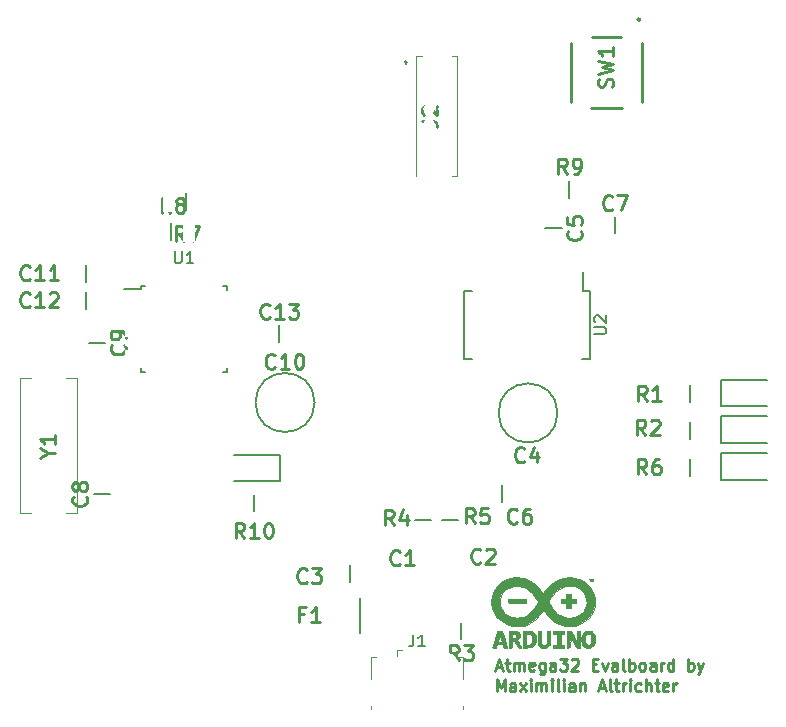
<source format=gto>
G04 #@! TF.GenerationSoftware,KiCad,Pcbnew,(5.1.9)-1*
G04 #@! TF.CreationDate,2021-05-02T01:08:58+02:00*
G04 #@! TF.ProjectId,atmega32,61746d65-6761-4333-922e-6b696361645f,rev?*
G04 #@! TF.SameCoordinates,Original*
G04 #@! TF.FileFunction,Legend,Top*
G04 #@! TF.FilePolarity,Positive*
%FSLAX46Y46*%
G04 Gerber Fmt 4.6, Leading zero omitted, Abs format (unit mm)*
G04 Created by KiCad (PCBNEW (5.1.9)-1) date 2021-05-02 01:08:58*
%MOMM*%
%LPD*%
G01*
G04 APERTURE LIST*
%ADD10C,0.250000*%
%ADD11C,0.010000*%
%ADD12C,0.254000*%
%ADD13C,0.200000*%
%ADD14C,0.100000*%
%ADD15C,0.150000*%
%ADD16C,0.120000*%
%ADD17C,1.500000*%
%ADD18R,1.020000X1.820000*%
%ADD19R,1.050000X1.050000*%
%ADD20C,1.050000*%
%ADD21R,2.000000X5.500000*%
%ADD22R,1.820000X1.020000*%
%ADD23R,1.050000X1.800000*%
%ADD24R,1.100000X1.550000*%
%ADD25C,1.000000*%
%ADD26C,0.800000*%
%ADD27C,6.400000*%
%ADD28R,1.700000X1.100000*%
%ADD29R,1.100000X1.700000*%
%ADD30R,0.850000X3.430000*%
%ADD31R,0.960000X1.390000*%
%ADD32R,0.450000X1.750000*%
%ADD33R,0.550000X1.600000*%
%ADD34R,1.600000X0.550000*%
%ADD35R,1.200000X1.900000*%
%ADD36O,1.200000X1.900000*%
%ADD37R,1.500000X1.900000*%
%ADD38C,1.450000*%
%ADD39R,0.400000X1.350000*%
G04 APERTURE END LIST*
D10*
X140560976Y-149405666D02*
X141037166Y-149405666D01*
X140465738Y-149691380D02*
X140799071Y-148691380D01*
X141132404Y-149691380D01*
X141322880Y-149024714D02*
X141703833Y-149024714D01*
X141465738Y-148691380D02*
X141465738Y-149548523D01*
X141513357Y-149643761D01*
X141608595Y-149691380D01*
X141703833Y-149691380D01*
X142037166Y-149691380D02*
X142037166Y-149024714D01*
X142037166Y-149119952D02*
X142084785Y-149072333D01*
X142180023Y-149024714D01*
X142322880Y-149024714D01*
X142418119Y-149072333D01*
X142465738Y-149167571D01*
X142465738Y-149691380D01*
X142465738Y-149167571D02*
X142513357Y-149072333D01*
X142608595Y-149024714D01*
X142751452Y-149024714D01*
X142846690Y-149072333D01*
X142894309Y-149167571D01*
X142894309Y-149691380D01*
X143751452Y-149643761D02*
X143656214Y-149691380D01*
X143465738Y-149691380D01*
X143370500Y-149643761D01*
X143322880Y-149548523D01*
X143322880Y-149167571D01*
X143370500Y-149072333D01*
X143465738Y-149024714D01*
X143656214Y-149024714D01*
X143751452Y-149072333D01*
X143799071Y-149167571D01*
X143799071Y-149262809D01*
X143322880Y-149358047D01*
X144656214Y-149024714D02*
X144656214Y-149834238D01*
X144608595Y-149929476D01*
X144560976Y-149977095D01*
X144465738Y-150024714D01*
X144322880Y-150024714D01*
X144227642Y-149977095D01*
X144656214Y-149643761D02*
X144560976Y-149691380D01*
X144370500Y-149691380D01*
X144275261Y-149643761D01*
X144227642Y-149596142D01*
X144180023Y-149500904D01*
X144180023Y-149215190D01*
X144227642Y-149119952D01*
X144275261Y-149072333D01*
X144370500Y-149024714D01*
X144560976Y-149024714D01*
X144656214Y-149072333D01*
X145560976Y-149691380D02*
X145560976Y-149167571D01*
X145513357Y-149072333D01*
X145418119Y-149024714D01*
X145227642Y-149024714D01*
X145132404Y-149072333D01*
X145560976Y-149643761D02*
X145465738Y-149691380D01*
X145227642Y-149691380D01*
X145132404Y-149643761D01*
X145084785Y-149548523D01*
X145084785Y-149453285D01*
X145132404Y-149358047D01*
X145227642Y-149310428D01*
X145465738Y-149310428D01*
X145560976Y-149262809D01*
X145941928Y-148691380D02*
X146560976Y-148691380D01*
X146227642Y-149072333D01*
X146370500Y-149072333D01*
X146465738Y-149119952D01*
X146513357Y-149167571D01*
X146560976Y-149262809D01*
X146560976Y-149500904D01*
X146513357Y-149596142D01*
X146465738Y-149643761D01*
X146370500Y-149691380D01*
X146084785Y-149691380D01*
X145989547Y-149643761D01*
X145941928Y-149596142D01*
X146941928Y-148786619D02*
X146989547Y-148739000D01*
X147084785Y-148691380D01*
X147322880Y-148691380D01*
X147418119Y-148739000D01*
X147465738Y-148786619D01*
X147513357Y-148881857D01*
X147513357Y-148977095D01*
X147465738Y-149119952D01*
X146894309Y-149691380D01*
X147513357Y-149691380D01*
X148703833Y-149167571D02*
X149037166Y-149167571D01*
X149180023Y-149691380D02*
X148703833Y-149691380D01*
X148703833Y-148691380D01*
X149180023Y-148691380D01*
X149513357Y-149024714D02*
X149751452Y-149691380D01*
X149989547Y-149024714D01*
X150799071Y-149691380D02*
X150799071Y-149167571D01*
X150751452Y-149072333D01*
X150656214Y-149024714D01*
X150465738Y-149024714D01*
X150370500Y-149072333D01*
X150799071Y-149643761D02*
X150703833Y-149691380D01*
X150465738Y-149691380D01*
X150370500Y-149643761D01*
X150322880Y-149548523D01*
X150322880Y-149453285D01*
X150370500Y-149358047D01*
X150465738Y-149310428D01*
X150703833Y-149310428D01*
X150799071Y-149262809D01*
X151418119Y-149691380D02*
X151322880Y-149643761D01*
X151275261Y-149548523D01*
X151275261Y-148691380D01*
X151799071Y-149691380D02*
X151799071Y-148691380D01*
X151799071Y-149072333D02*
X151894309Y-149024714D01*
X152084785Y-149024714D01*
X152180023Y-149072333D01*
X152227642Y-149119952D01*
X152275261Y-149215190D01*
X152275261Y-149500904D01*
X152227642Y-149596142D01*
X152180023Y-149643761D01*
X152084785Y-149691380D01*
X151894309Y-149691380D01*
X151799071Y-149643761D01*
X152846690Y-149691380D02*
X152751452Y-149643761D01*
X152703833Y-149596142D01*
X152656214Y-149500904D01*
X152656214Y-149215190D01*
X152703833Y-149119952D01*
X152751452Y-149072333D01*
X152846690Y-149024714D01*
X152989547Y-149024714D01*
X153084785Y-149072333D01*
X153132404Y-149119952D01*
X153180023Y-149215190D01*
X153180023Y-149500904D01*
X153132404Y-149596142D01*
X153084785Y-149643761D01*
X152989547Y-149691380D01*
X152846690Y-149691380D01*
X154037166Y-149691380D02*
X154037166Y-149167571D01*
X153989547Y-149072333D01*
X153894309Y-149024714D01*
X153703833Y-149024714D01*
X153608595Y-149072333D01*
X154037166Y-149643761D02*
X153941928Y-149691380D01*
X153703833Y-149691380D01*
X153608595Y-149643761D01*
X153560976Y-149548523D01*
X153560976Y-149453285D01*
X153608595Y-149358047D01*
X153703833Y-149310428D01*
X153941928Y-149310428D01*
X154037166Y-149262809D01*
X154513357Y-149691380D02*
X154513357Y-149024714D01*
X154513357Y-149215190D02*
X154560976Y-149119952D01*
X154608595Y-149072333D01*
X154703833Y-149024714D01*
X154799071Y-149024714D01*
X155560976Y-149691380D02*
X155560976Y-148691380D01*
X155560976Y-149643761D02*
X155465738Y-149691380D01*
X155275261Y-149691380D01*
X155180023Y-149643761D01*
X155132404Y-149596142D01*
X155084785Y-149500904D01*
X155084785Y-149215190D01*
X155132404Y-149119952D01*
X155180023Y-149072333D01*
X155275261Y-149024714D01*
X155465738Y-149024714D01*
X155560976Y-149072333D01*
X156799071Y-149691380D02*
X156799071Y-148691380D01*
X156799071Y-149072333D02*
X156894309Y-149024714D01*
X157084785Y-149024714D01*
X157180023Y-149072333D01*
X157227642Y-149119952D01*
X157275261Y-149215190D01*
X157275261Y-149500904D01*
X157227642Y-149596142D01*
X157180023Y-149643761D01*
X157084785Y-149691380D01*
X156894309Y-149691380D01*
X156799071Y-149643761D01*
X157608595Y-149024714D02*
X157846690Y-149691380D01*
X158084785Y-149024714D02*
X157846690Y-149691380D01*
X157751452Y-149929476D01*
X157703833Y-149977095D01*
X157608595Y-150024714D01*
X140608595Y-151441380D02*
X140608595Y-150441380D01*
X140941928Y-151155666D01*
X141275261Y-150441380D01*
X141275261Y-151441380D01*
X142180023Y-151441380D02*
X142180023Y-150917571D01*
X142132404Y-150822333D01*
X142037166Y-150774714D01*
X141846690Y-150774714D01*
X141751452Y-150822333D01*
X142180023Y-151393761D02*
X142084785Y-151441380D01*
X141846690Y-151441380D01*
X141751452Y-151393761D01*
X141703833Y-151298523D01*
X141703833Y-151203285D01*
X141751452Y-151108047D01*
X141846690Y-151060428D01*
X142084785Y-151060428D01*
X142180023Y-151012809D01*
X142560976Y-151441380D02*
X143084785Y-150774714D01*
X142560976Y-150774714D02*
X143084785Y-151441380D01*
X143465738Y-151441380D02*
X143465738Y-150774714D01*
X143465738Y-150441380D02*
X143418119Y-150489000D01*
X143465738Y-150536619D01*
X143513357Y-150489000D01*
X143465738Y-150441380D01*
X143465738Y-150536619D01*
X143941928Y-151441380D02*
X143941928Y-150774714D01*
X143941928Y-150869952D02*
X143989547Y-150822333D01*
X144084785Y-150774714D01*
X144227642Y-150774714D01*
X144322880Y-150822333D01*
X144370500Y-150917571D01*
X144370500Y-151441380D01*
X144370500Y-150917571D02*
X144418119Y-150822333D01*
X144513357Y-150774714D01*
X144656214Y-150774714D01*
X144751452Y-150822333D01*
X144799071Y-150917571D01*
X144799071Y-151441380D01*
X145275261Y-151441380D02*
X145275261Y-150774714D01*
X145275261Y-150441380D02*
X145227642Y-150489000D01*
X145275261Y-150536619D01*
X145322880Y-150489000D01*
X145275261Y-150441380D01*
X145275261Y-150536619D01*
X145894309Y-151441380D02*
X145799071Y-151393761D01*
X145751452Y-151298523D01*
X145751452Y-150441380D01*
X146275261Y-151441380D02*
X146275261Y-150774714D01*
X146275261Y-150441380D02*
X146227642Y-150489000D01*
X146275261Y-150536619D01*
X146322880Y-150489000D01*
X146275261Y-150441380D01*
X146275261Y-150536619D01*
X147180023Y-151441380D02*
X147180023Y-150917571D01*
X147132404Y-150822333D01*
X147037166Y-150774714D01*
X146846690Y-150774714D01*
X146751452Y-150822333D01*
X147180023Y-151393761D02*
X147084785Y-151441380D01*
X146846690Y-151441380D01*
X146751452Y-151393761D01*
X146703833Y-151298523D01*
X146703833Y-151203285D01*
X146751452Y-151108047D01*
X146846690Y-151060428D01*
X147084785Y-151060428D01*
X147180023Y-151012809D01*
X147656214Y-150774714D02*
X147656214Y-151441380D01*
X147656214Y-150869952D02*
X147703833Y-150822333D01*
X147799071Y-150774714D01*
X147941928Y-150774714D01*
X148037166Y-150822333D01*
X148084785Y-150917571D01*
X148084785Y-151441380D01*
X149275261Y-151155666D02*
X149751452Y-151155666D01*
X149180023Y-151441380D02*
X149513357Y-150441380D01*
X149846690Y-151441380D01*
X150322880Y-151441380D02*
X150227642Y-151393761D01*
X150180023Y-151298523D01*
X150180023Y-150441380D01*
X150560976Y-150774714D02*
X150941928Y-150774714D01*
X150703833Y-150441380D02*
X150703833Y-151298523D01*
X150751452Y-151393761D01*
X150846690Y-151441380D01*
X150941928Y-151441380D01*
X151275261Y-151441380D02*
X151275261Y-150774714D01*
X151275261Y-150965190D02*
X151322880Y-150869952D01*
X151370500Y-150822333D01*
X151465738Y-150774714D01*
X151560976Y-150774714D01*
X151894309Y-151441380D02*
X151894309Y-150774714D01*
X151894309Y-150441380D02*
X151846690Y-150489000D01*
X151894309Y-150536619D01*
X151941928Y-150489000D01*
X151894309Y-150441380D01*
X151894309Y-150536619D01*
X152799071Y-151393761D02*
X152703833Y-151441380D01*
X152513357Y-151441380D01*
X152418119Y-151393761D01*
X152370500Y-151346142D01*
X152322880Y-151250904D01*
X152322880Y-150965190D01*
X152370500Y-150869952D01*
X152418119Y-150822333D01*
X152513357Y-150774714D01*
X152703833Y-150774714D01*
X152799071Y-150822333D01*
X153227642Y-151441380D02*
X153227642Y-150441380D01*
X153656214Y-151441380D02*
X153656214Y-150917571D01*
X153608595Y-150822333D01*
X153513357Y-150774714D01*
X153370500Y-150774714D01*
X153275261Y-150822333D01*
X153227642Y-150869952D01*
X153989547Y-150774714D02*
X154370500Y-150774714D01*
X154132404Y-150441380D02*
X154132404Y-151298523D01*
X154180023Y-151393761D01*
X154275261Y-151441380D01*
X154370500Y-151441380D01*
X155084785Y-151393761D02*
X154989547Y-151441380D01*
X154799071Y-151441380D01*
X154703833Y-151393761D01*
X154656214Y-151298523D01*
X154656214Y-150917571D01*
X154703833Y-150822333D01*
X154799071Y-150774714D01*
X154989547Y-150774714D01*
X155084785Y-150822333D01*
X155132404Y-150917571D01*
X155132404Y-151012809D01*
X154656214Y-151108047D01*
X155560976Y-151441380D02*
X155560976Y-150774714D01*
X155560976Y-150965190D02*
X155608595Y-150869952D01*
X155656214Y-150822333D01*
X155751452Y-150774714D01*
X155846690Y-150774714D01*
D11*
G36*
X145131070Y-146867828D02*
G01*
X145128125Y-147047676D01*
X145124883Y-147184482D01*
X145120493Y-147285999D01*
X145114107Y-147359981D01*
X145104875Y-147414182D01*
X145091946Y-147456357D01*
X145074471Y-147494259D01*
X145059400Y-147521831D01*
X144970956Y-147629501D01*
X144848016Y-147708037D01*
X144699844Y-147754107D01*
X144535704Y-147764380D01*
X144424438Y-147750201D01*
X144288737Y-147703241D01*
X144179742Y-147619078D01*
X144133869Y-147564288D01*
X144116954Y-147538618D01*
X144103962Y-147508091D01*
X144094259Y-147465809D01*
X144087209Y-147404872D01*
X144082178Y-147318384D01*
X144078531Y-147199446D01*
X144075633Y-147041159D01*
X144073822Y-146911807D01*
X144066145Y-146329400D01*
X144348200Y-146329400D01*
X144348200Y-146838661D01*
X144349183Y-147042967D01*
X144353580Y-147202104D01*
X144363558Y-147321684D01*
X144381285Y-147407322D01*
X144408929Y-147464633D01*
X144448659Y-147499230D01*
X144502642Y-147516729D01*
X144573047Y-147522743D01*
X144612549Y-147523200D01*
X144702283Y-147512286D01*
X144765365Y-147474696D01*
X144775041Y-147464978D01*
X144793346Y-147442996D01*
X144807182Y-147416548D01*
X144817292Y-147378492D01*
X144824421Y-147321690D01*
X144829314Y-147238999D01*
X144832715Y-147123281D01*
X144835368Y-146967395D01*
X144836618Y-146874428D01*
X144843500Y-146342100D01*
X144991370Y-146334428D01*
X145139241Y-146326756D01*
X145131070Y-146867828D01*
G37*
X145131070Y-146867828D02*
X145128125Y-147047676D01*
X145124883Y-147184482D01*
X145120493Y-147285999D01*
X145114107Y-147359981D01*
X145104875Y-147414182D01*
X145091946Y-147456357D01*
X145074471Y-147494259D01*
X145059400Y-147521831D01*
X144970956Y-147629501D01*
X144848016Y-147708037D01*
X144699844Y-147754107D01*
X144535704Y-147764380D01*
X144424438Y-147750201D01*
X144288737Y-147703241D01*
X144179742Y-147619078D01*
X144133869Y-147564288D01*
X144116954Y-147538618D01*
X144103962Y-147508091D01*
X144094259Y-147465809D01*
X144087209Y-147404872D01*
X144082178Y-147318384D01*
X144078531Y-147199446D01*
X144075633Y-147041159D01*
X144073822Y-146911807D01*
X144066145Y-146329400D01*
X144348200Y-146329400D01*
X144348200Y-146838661D01*
X144349183Y-147042967D01*
X144353580Y-147202104D01*
X144363558Y-147321684D01*
X144381285Y-147407322D01*
X144408929Y-147464633D01*
X144448659Y-147499230D01*
X144502642Y-147516729D01*
X144573047Y-147522743D01*
X144612549Y-147523200D01*
X144702283Y-147512286D01*
X144765365Y-147474696D01*
X144775041Y-147464978D01*
X144793346Y-147442996D01*
X144807182Y-147416548D01*
X144817292Y-147378492D01*
X144824421Y-147321690D01*
X144829314Y-147238999D01*
X144832715Y-147123281D01*
X144835368Y-146967395D01*
X144836618Y-146874428D01*
X144843500Y-146342100D01*
X144991370Y-146334428D01*
X145139241Y-146326756D01*
X145131070Y-146867828D01*
G36*
X148469890Y-146319009D02*
G01*
X148541405Y-146327922D01*
X148598018Y-146348506D01*
X148657645Y-146385238D01*
X148668974Y-146393132D01*
X148775790Y-146489503D01*
X148850461Y-146609271D01*
X148896275Y-146759839D01*
X148916522Y-146948610D01*
X148916593Y-146950374D01*
X148914274Y-147162298D01*
X148887888Y-147335068D01*
X148836143Y-147474942D01*
X148794080Y-147543353D01*
X148688558Y-147647735D01*
X148551613Y-147720720D01*
X148394481Y-147758496D01*
X148228397Y-147757248D01*
X148185068Y-147750048D01*
X148041948Y-147696982D01*
X147925240Y-147602455D01*
X147837264Y-147469729D01*
X147780337Y-147302067D01*
X147759098Y-147150857D01*
X147759820Y-147033685D01*
X148061266Y-147033685D01*
X148065512Y-147160830D01*
X148080729Y-147263903D01*
X148126285Y-147385786D01*
X148197567Y-147466589D01*
X148300345Y-147511950D01*
X148343165Y-147520253D01*
X148377933Y-147513233D01*
X148437137Y-147492164D01*
X148446738Y-147488224D01*
X148518827Y-147442721D01*
X148568994Y-147371792D01*
X148599813Y-147268629D01*
X148613859Y-147126423D01*
X148615400Y-147042295D01*
X148608473Y-146876092D01*
X148586312Y-146751891D01*
X148546843Y-146662628D01*
X148487994Y-146601239D01*
X148485431Y-146599419D01*
X148392784Y-146562817D01*
X148291092Y-146566188D01*
X148196183Y-146605211D01*
X148123888Y-146675567D01*
X148108973Y-146702145D01*
X148083898Y-146786404D01*
X148067695Y-146902897D01*
X148061266Y-147033685D01*
X147759820Y-147033685D01*
X147760441Y-146933024D01*
X147794657Y-146741308D01*
X147859989Y-146580212D01*
X147954679Y-146454241D01*
X148061639Y-146375623D01*
X148138748Y-146342307D01*
X148223414Y-146324185D01*
X148334857Y-146317568D01*
X148365561Y-146317288D01*
X148469890Y-146319009D01*
G37*
X148469890Y-146319009D02*
X148541405Y-146327922D01*
X148598018Y-146348506D01*
X148657645Y-146385238D01*
X148668974Y-146393132D01*
X148775790Y-146489503D01*
X148850461Y-146609271D01*
X148896275Y-146759839D01*
X148916522Y-146948610D01*
X148916593Y-146950374D01*
X148914274Y-147162298D01*
X148887888Y-147335068D01*
X148836143Y-147474942D01*
X148794080Y-147543353D01*
X148688558Y-147647735D01*
X148551613Y-147720720D01*
X148394481Y-147758496D01*
X148228397Y-147757248D01*
X148185068Y-147750048D01*
X148041948Y-147696982D01*
X147925240Y-147602455D01*
X147837264Y-147469729D01*
X147780337Y-147302067D01*
X147759098Y-147150857D01*
X147759820Y-147033685D01*
X148061266Y-147033685D01*
X148065512Y-147160830D01*
X148080729Y-147263903D01*
X148126285Y-147385786D01*
X148197567Y-147466589D01*
X148300345Y-147511950D01*
X148343165Y-147520253D01*
X148377933Y-147513233D01*
X148437137Y-147492164D01*
X148446738Y-147488224D01*
X148518827Y-147442721D01*
X148568994Y-147371792D01*
X148599813Y-147268629D01*
X148613859Y-147126423D01*
X148615400Y-147042295D01*
X148608473Y-146876092D01*
X148586312Y-146751891D01*
X148546843Y-146662628D01*
X148487994Y-146601239D01*
X148485431Y-146599419D01*
X148392784Y-146562817D01*
X148291092Y-146566188D01*
X148196183Y-146605211D01*
X148123888Y-146675567D01*
X148108973Y-146702145D01*
X148083898Y-146786404D01*
X148067695Y-146902897D01*
X148061266Y-147033685D01*
X147759820Y-147033685D01*
X147760441Y-146933024D01*
X147794657Y-146741308D01*
X147859989Y-146580212D01*
X147954679Y-146454241D01*
X148061639Y-146375623D01*
X148138748Y-146342307D01*
X148223414Y-146324185D01*
X148334857Y-146317568D01*
X148365561Y-146317288D01*
X148469890Y-146319009D01*
G36*
X140808603Y-146332920D02*
G01*
X140858970Y-146334680D01*
X141052855Y-146342100D01*
X141264657Y-147027900D01*
X141319444Y-147205901D01*
X141369022Y-147368143D01*
X141411480Y-147508275D01*
X141444905Y-147619946D01*
X141467386Y-147696807D01*
X141477011Y-147732506D01*
X141477229Y-147733962D01*
X141454583Y-147743348D01*
X141394744Y-147747803D01*
X141319379Y-147746662D01*
X141160759Y-147739100D01*
X141125205Y-147605750D01*
X141089650Y-147472400D01*
X140591595Y-147472400D01*
X140547559Y-147612100D01*
X140503522Y-147751800D01*
X140368461Y-147751800D01*
X140293410Y-147747879D01*
X140244371Y-147737796D01*
X140233400Y-147728703D01*
X140240542Y-147698525D01*
X140260395Y-147627617D01*
X140290598Y-147523763D01*
X140328792Y-147394744D01*
X140372615Y-147248346D01*
X140380130Y-147223449D01*
X140670936Y-147223449D01*
X140691886Y-147236910D01*
X140744917Y-147242699D01*
X140823104Y-147243800D01*
X140909392Y-147241902D01*
X140973490Y-147236949D01*
X141000121Y-147230611D01*
X140998932Y-147202762D01*
X140985878Y-147138806D01*
X140964256Y-147050597D01*
X140937366Y-146949992D01*
X140908507Y-146848847D01*
X140880976Y-146759016D01*
X140858073Y-146692356D01*
X140843096Y-146660722D01*
X140841260Y-146659638D01*
X140834037Y-146667489D01*
X140822487Y-146694666D01*
X140804918Y-146746560D01*
X140779638Y-146828561D01*
X140744959Y-146946061D01*
X140699188Y-147104451D01*
X140671990Y-147199350D01*
X140670936Y-147223449D01*
X140380130Y-147223449D01*
X140419707Y-147092349D01*
X140467708Y-146934538D01*
X140514258Y-146782696D01*
X140556995Y-146644605D01*
X140593560Y-146528049D01*
X140621591Y-146440811D01*
X140638730Y-146390673D01*
X140640768Y-146385480D01*
X140656767Y-146356051D01*
X140682080Y-146339342D01*
X140728696Y-146332562D01*
X140808603Y-146332920D01*
G37*
X140808603Y-146332920D02*
X140858970Y-146334680D01*
X141052855Y-146342100D01*
X141264657Y-147027900D01*
X141319444Y-147205901D01*
X141369022Y-147368143D01*
X141411480Y-147508275D01*
X141444905Y-147619946D01*
X141467386Y-147696807D01*
X141477011Y-147732506D01*
X141477229Y-147733962D01*
X141454583Y-147743348D01*
X141394744Y-147747803D01*
X141319379Y-147746662D01*
X141160759Y-147739100D01*
X141125205Y-147605750D01*
X141089650Y-147472400D01*
X140591595Y-147472400D01*
X140547559Y-147612100D01*
X140503522Y-147751800D01*
X140368461Y-147751800D01*
X140293410Y-147747879D01*
X140244371Y-147737796D01*
X140233400Y-147728703D01*
X140240542Y-147698525D01*
X140260395Y-147627617D01*
X140290598Y-147523763D01*
X140328792Y-147394744D01*
X140372615Y-147248346D01*
X140380130Y-147223449D01*
X140670936Y-147223449D01*
X140691886Y-147236910D01*
X140744917Y-147242699D01*
X140823104Y-147243800D01*
X140909392Y-147241902D01*
X140973490Y-147236949D01*
X141000121Y-147230611D01*
X140998932Y-147202762D01*
X140985878Y-147138806D01*
X140964256Y-147050597D01*
X140937366Y-146949992D01*
X140908507Y-146848847D01*
X140880976Y-146759016D01*
X140858073Y-146692356D01*
X140843096Y-146660722D01*
X140841260Y-146659638D01*
X140834037Y-146667489D01*
X140822487Y-146694666D01*
X140804918Y-146746560D01*
X140779638Y-146828561D01*
X140744959Y-146946061D01*
X140699188Y-147104451D01*
X140671990Y-147199350D01*
X140670936Y-147223449D01*
X140380130Y-147223449D01*
X140419707Y-147092349D01*
X140467708Y-146934538D01*
X140514258Y-146782696D01*
X140556995Y-146644605D01*
X140593560Y-146528049D01*
X140621591Y-146440811D01*
X140638730Y-146390673D01*
X140640768Y-146385480D01*
X140656767Y-146356051D01*
X140682080Y-146339342D01*
X140728696Y-146332562D01*
X140808603Y-146332920D01*
G36*
X141903450Y-146330511D02*
G01*
X142096690Y-146336550D01*
X142246954Y-146354373D01*
X142361111Y-146385966D01*
X142446031Y-146433314D01*
X142508584Y-146498404D01*
X142514710Y-146507200D01*
X142550490Y-146570837D01*
X142565872Y-146635749D01*
X142565632Y-146724445D01*
X142564502Y-146741802D01*
X142536289Y-146878118D01*
X142472963Y-146978038D01*
X142374008Y-147042364D01*
X142369997Y-147043940D01*
X142328544Y-147064493D01*
X142330466Y-147088535D01*
X142351030Y-147113187D01*
X142374275Y-147148411D01*
X142413099Y-147216863D01*
X142462093Y-147307968D01*
X142515845Y-147411149D01*
X142568946Y-147515833D01*
X142615987Y-147611444D01*
X142651557Y-147687406D01*
X142670246Y-147733145D01*
X142671800Y-147740210D01*
X142648716Y-147746365D01*
X142588504Y-147748561D01*
X142513050Y-147746662D01*
X142354300Y-147739100D01*
X142227300Y-147477682D01*
X142164011Y-147351125D01*
X142114655Y-147264139D01*
X142073234Y-147209567D01*
X142033750Y-147180251D01*
X141990207Y-147169036D01*
X141967781Y-147167988D01*
X141943343Y-147170191D01*
X141926930Y-147183011D01*
X141916603Y-147215159D01*
X141910423Y-147275350D01*
X141906451Y-147372297D01*
X141904281Y-147453350D01*
X141897100Y-147739100D01*
X141769124Y-147746591D01*
X141692152Y-147747586D01*
X141637429Y-147741832D01*
X141623074Y-147736007D01*
X141618326Y-147706806D01*
X141614045Y-147633537D01*
X141610402Y-147522933D01*
X141607566Y-147381726D01*
X141605709Y-147216647D01*
X141605002Y-147034428D01*
X141605000Y-147023666D01*
X141605000Y-146558000D01*
X141909800Y-146558000D01*
X141909800Y-146939000D01*
X142020674Y-146939000D01*
X142139017Y-146919583D01*
X142198474Y-146886356D01*
X142248757Y-146818799D01*
X142267507Y-146732909D01*
X142250529Y-146651300D01*
X142244175Y-146640085D01*
X142202388Y-146609052D01*
X142128462Y-146581301D01*
X142040996Y-146562608D01*
X141979817Y-146558000D01*
X141909800Y-146558000D01*
X141605000Y-146558000D01*
X141605000Y-146329400D01*
X141903450Y-146330511D01*
G37*
X141903450Y-146330511D02*
X142096690Y-146336550D01*
X142246954Y-146354373D01*
X142361111Y-146385966D01*
X142446031Y-146433314D01*
X142508584Y-146498404D01*
X142514710Y-146507200D01*
X142550490Y-146570837D01*
X142565872Y-146635749D01*
X142565632Y-146724445D01*
X142564502Y-146741802D01*
X142536289Y-146878118D01*
X142472963Y-146978038D01*
X142374008Y-147042364D01*
X142369997Y-147043940D01*
X142328544Y-147064493D01*
X142330466Y-147088535D01*
X142351030Y-147113187D01*
X142374275Y-147148411D01*
X142413099Y-147216863D01*
X142462093Y-147307968D01*
X142515845Y-147411149D01*
X142568946Y-147515833D01*
X142615987Y-147611444D01*
X142651557Y-147687406D01*
X142670246Y-147733145D01*
X142671800Y-147740210D01*
X142648716Y-147746365D01*
X142588504Y-147748561D01*
X142513050Y-147746662D01*
X142354300Y-147739100D01*
X142227300Y-147477682D01*
X142164011Y-147351125D01*
X142114655Y-147264139D01*
X142073234Y-147209567D01*
X142033750Y-147180251D01*
X141990207Y-147169036D01*
X141967781Y-147167988D01*
X141943343Y-147170191D01*
X141926930Y-147183011D01*
X141916603Y-147215159D01*
X141910423Y-147275350D01*
X141906451Y-147372297D01*
X141904281Y-147453350D01*
X141897100Y-147739100D01*
X141769124Y-147746591D01*
X141692152Y-147747586D01*
X141637429Y-147741832D01*
X141623074Y-147736007D01*
X141618326Y-147706806D01*
X141614045Y-147633537D01*
X141610402Y-147522933D01*
X141607566Y-147381726D01*
X141605709Y-147216647D01*
X141605002Y-147034428D01*
X141605000Y-147023666D01*
X141605000Y-146558000D01*
X141909800Y-146558000D01*
X141909800Y-146939000D01*
X142020674Y-146939000D01*
X142139017Y-146919583D01*
X142198474Y-146886356D01*
X142248757Y-146818799D01*
X142267507Y-146732909D01*
X142250529Y-146651300D01*
X142244175Y-146640085D01*
X142202388Y-146609052D01*
X142128462Y-146581301D01*
X142040996Y-146562608D01*
X141979817Y-146558000D01*
X141909800Y-146558000D01*
X141605000Y-146558000D01*
X141605000Y-146329400D01*
X141903450Y-146330511D01*
G36*
X143300742Y-146334418D02*
G01*
X143449007Y-146351139D01*
X143565657Y-146382063D01*
X143659863Y-146429690D01*
X143740798Y-146496520D01*
X143746689Y-146502478D01*
X143835916Y-146624175D01*
X143891477Y-146774503D01*
X143915208Y-146959043D01*
X143916400Y-147018349D01*
X143900185Y-147219497D01*
X143850440Y-147386262D01*
X143765516Y-147519998D01*
X143643762Y-147622059D01*
X143483529Y-147693800D01*
X143283165Y-147736574D01*
X143041021Y-147751737D01*
X143022735Y-147751800D01*
X142824200Y-147751800D01*
X142824200Y-147497800D01*
X143103600Y-147497800D01*
X143220411Y-147497800D01*
X143314147Y-147488528D01*
X143402993Y-147465460D01*
X143422488Y-147457338D01*
X143515887Y-147385760D01*
X143577156Y-147275231D01*
X143606061Y-147126338D01*
X143606557Y-146993147D01*
X143588601Y-146837338D01*
X143551557Y-146723761D01*
X143489538Y-146645592D01*
X143396659Y-146596011D01*
X143267033Y-146568193D01*
X143236950Y-146564720D01*
X143103600Y-146550892D01*
X143103600Y-147497800D01*
X142824200Y-147497800D01*
X142824200Y-146329400D01*
X143111689Y-146329400D01*
X143300742Y-146334418D01*
G37*
X143300742Y-146334418D02*
X143449007Y-146351139D01*
X143565657Y-146382063D01*
X143659863Y-146429690D01*
X143740798Y-146496520D01*
X143746689Y-146502478D01*
X143835916Y-146624175D01*
X143891477Y-146774503D01*
X143915208Y-146959043D01*
X143916400Y-147018349D01*
X143900185Y-147219497D01*
X143850440Y-147386262D01*
X143765516Y-147519998D01*
X143643762Y-147622059D01*
X143483529Y-147693800D01*
X143283165Y-147736574D01*
X143041021Y-147751737D01*
X143022735Y-147751800D01*
X142824200Y-147751800D01*
X142824200Y-147497800D01*
X143103600Y-147497800D01*
X143220411Y-147497800D01*
X143314147Y-147488528D01*
X143402993Y-147465460D01*
X143422488Y-147457338D01*
X143515887Y-147385760D01*
X143577156Y-147275231D01*
X143606061Y-147126338D01*
X143606557Y-146993147D01*
X143588601Y-146837338D01*
X143551557Y-146723761D01*
X143489538Y-146645592D01*
X143396659Y-146596011D01*
X143267033Y-146568193D01*
X143236950Y-146564720D01*
X143103600Y-146550892D01*
X143103600Y-147497800D01*
X142824200Y-147497800D01*
X142824200Y-146329400D01*
X143111689Y-146329400D01*
X143300742Y-146334418D01*
G36*
X146304000Y-146558000D02*
G01*
X145999200Y-146558000D01*
X145999200Y-147497800D01*
X146304000Y-147497800D01*
X146304000Y-147751800D01*
X145389600Y-147751800D01*
X145389600Y-147497800D01*
X145694400Y-147497800D01*
X145694400Y-146558000D01*
X145389600Y-146558000D01*
X145389600Y-146329400D01*
X146304000Y-146329400D01*
X146304000Y-146558000D01*
G37*
X146304000Y-146558000D02*
X145999200Y-146558000D01*
X145999200Y-147497800D01*
X146304000Y-147497800D01*
X146304000Y-147751800D01*
X145389600Y-147751800D01*
X145389600Y-147497800D01*
X145694400Y-147497800D01*
X145694400Y-146558000D01*
X145389600Y-146558000D01*
X145389600Y-146329400D01*
X146304000Y-146329400D01*
X146304000Y-146558000D01*
G36*
X147031153Y-146577050D02*
G01*
X147094827Y-146710819D01*
X147164998Y-146857385D01*
X147230056Y-146992526D01*
X147253329Y-147040600D01*
X147358100Y-147256500D01*
X147365022Y-146792950D01*
X147371945Y-146329400D01*
X147624800Y-146329400D01*
X147624800Y-147754121D01*
X147453785Y-147746610D01*
X147282771Y-147739100D01*
X147066435Y-147272472D01*
X146850100Y-146805844D01*
X146824700Y-147739100D01*
X146558000Y-147754454D01*
X146558000Y-146329400D01*
X146913748Y-146329400D01*
X147031153Y-146577050D01*
G37*
X147031153Y-146577050D02*
X147094827Y-146710819D01*
X147164998Y-146857385D01*
X147230056Y-146992526D01*
X147253329Y-147040600D01*
X147358100Y-147256500D01*
X147365022Y-146792950D01*
X147371945Y-146329400D01*
X147624800Y-146329400D01*
X147624800Y-147754121D01*
X147453785Y-147746610D01*
X147282771Y-147739100D01*
X147066435Y-147272472D01*
X146850100Y-146805844D01*
X146824700Y-147739100D01*
X146558000Y-147754454D01*
X146558000Y-146329400D01*
X146913748Y-146329400D01*
X147031153Y-146577050D01*
G36*
X142301761Y-141804765D02*
G01*
X142641668Y-141827441D01*
X142963188Y-141894877D01*
X143267904Y-142007946D01*
X143557401Y-142167524D01*
X143833262Y-142374486D01*
X144097071Y-142629707D01*
X144350411Y-142934062D01*
X144353759Y-142938500D01*
X144419832Y-143024751D01*
X144474977Y-143094029D01*
X144511924Y-143137349D01*
X144522768Y-143147341D01*
X144544240Y-143131119D01*
X144583869Y-143083275D01*
X144624023Y-143027244D01*
X144843841Y-142740227D01*
X145090552Y-142484738D01*
X145358945Y-142264436D01*
X145643808Y-142082978D01*
X145939929Y-141944020D01*
X146242096Y-141851221D01*
X146323553Y-141834642D01*
X146444647Y-141819564D01*
X146597684Y-141810440D01*
X146766047Y-141807297D01*
X146933120Y-141810163D01*
X147082288Y-141819062D01*
X147193000Y-141833264D01*
X147497118Y-141915594D01*
X147787869Y-142043032D01*
X148058227Y-142210904D01*
X148301169Y-142414536D01*
X148509672Y-142649253D01*
X148589739Y-142762774D01*
X148741568Y-143038552D01*
X148846118Y-143323797D01*
X148905018Y-143614237D01*
X148919897Y-143905601D01*
X148892383Y-144193616D01*
X148824105Y-144474012D01*
X148716691Y-144742518D01*
X148571770Y-144994861D01*
X148390971Y-145226771D01*
X148175922Y-145433976D01*
X147928252Y-145612205D01*
X147649590Y-145757186D01*
X147415145Y-145843410D01*
X147204567Y-145893410D01*
X146966215Y-145925852D01*
X146720575Y-145939043D01*
X146488131Y-145931291D01*
X146427372Y-145925036D01*
X146125530Y-145868712D01*
X145843064Y-145774069D01*
X145576789Y-145638946D01*
X145323521Y-145461183D01*
X145080077Y-145238619D01*
X144843272Y-144969092D01*
X144663095Y-144727685D01*
X144520761Y-144524558D01*
X144395989Y-144705679D01*
X144159770Y-145021297D01*
X143918607Y-145287663D01*
X143669528Y-145506290D01*
X143409563Y-145678688D01*
X143135742Y-145806367D01*
X142845092Y-145890839D01*
X142534645Y-145933614D01*
X142201427Y-145936203D01*
X142006385Y-145920941D01*
X141889487Y-145902467D01*
X141750094Y-145871490D01*
X141613123Y-145833750D01*
X141574585Y-145821421D01*
X141275794Y-145697307D01*
X141008060Y-145537199D01*
X140772880Y-145345410D01*
X140571755Y-145126254D01*
X140406184Y-144884044D01*
X140277666Y-144623091D01*
X140187701Y-144347710D01*
X140137787Y-144062213D01*
X140132045Y-143862194D01*
X140846794Y-143862194D01*
X140870281Y-144112631D01*
X140882110Y-144168036D01*
X140960966Y-144395294D01*
X141083449Y-144606522D01*
X141243363Y-144795608D01*
X141434512Y-144956440D01*
X141650701Y-145082910D01*
X141885735Y-145168905D01*
X141900781Y-145172764D01*
X142029306Y-145194399D01*
X142187910Y-145205357D01*
X142361643Y-145206141D01*
X142535556Y-145197252D01*
X142694700Y-145179191D01*
X142824126Y-145152460D01*
X142861305Y-145140540D01*
X143056832Y-145049046D01*
X143248365Y-144918789D01*
X143438319Y-144747375D01*
X143629111Y-144532410D01*
X143823155Y-144271499D01*
X143980381Y-144031250D01*
X144091314Y-143853264D01*
X144979808Y-143853264D01*
X144998170Y-143915746D01*
X145040907Y-143993358D01*
X145108578Y-144096584D01*
X145173555Y-144193403D01*
X145365566Y-144463762D01*
X145550960Y-144687375D01*
X145733185Y-144867290D01*
X145915692Y-145006552D01*
X146101932Y-145108209D01*
X146281257Y-145171604D01*
X146398635Y-145192894D01*
X146549185Y-145205562D01*
X146716011Y-145209575D01*
X146882215Y-145204898D01*
X147030902Y-145191497D01*
X147130513Y-145173318D01*
X147377224Y-145087412D01*
X147598066Y-144964453D01*
X147789695Y-144809426D01*
X147948766Y-144627316D01*
X148071936Y-144423108D01*
X148155860Y-144201786D01*
X148197194Y-143968337D01*
X148192595Y-143727745D01*
X148174383Y-143617216D01*
X148096552Y-143366370D01*
X147976315Y-143141421D01*
X147816565Y-142945273D01*
X147620194Y-142780832D01*
X147390097Y-142651003D01*
X147129167Y-142558691D01*
X147117117Y-142555560D01*
X146964180Y-142530530D01*
X146782191Y-142522640D01*
X146589631Y-142531113D01*
X146404984Y-142555171D01*
X146253200Y-142591923D01*
X146014021Y-142694484D01*
X145778715Y-142846400D01*
X145548913Y-143046275D01*
X145326247Y-143292712D01*
X145138897Y-143544938D01*
X145065365Y-143651748D01*
X145013966Y-143731750D01*
X144985260Y-143795427D01*
X144979808Y-143853264D01*
X144091314Y-143853264D01*
X144100602Y-143838363D01*
X143961684Y-143629731D01*
X143758824Y-143344916D01*
X143559696Y-143107525D01*
X143360320Y-142914768D01*
X143156718Y-142763858D01*
X142944910Y-142652007D01*
X142720919Y-142576426D01*
X142480764Y-142534328D01*
X142387593Y-142526713D01*
X142169545Y-142523920D01*
X141978353Y-142546089D01*
X141794743Y-142596906D01*
X141608561Y-142675658D01*
X141387654Y-142808015D01*
X141200721Y-142973937D01*
X141050465Y-143167870D01*
X140939589Y-143384260D01*
X140870798Y-143617552D01*
X140846794Y-143862194D01*
X140132045Y-143862194D01*
X140129424Y-143770914D01*
X140164111Y-143478124D01*
X140243347Y-143188156D01*
X140368632Y-142905325D01*
X140491046Y-142704359D01*
X140653867Y-142503877D01*
X140855097Y-142315047D01*
X141082394Y-142147304D01*
X141323414Y-142010082D01*
X141495457Y-141936591D01*
X141688164Y-141874295D01*
X141872620Y-141833624D01*
X142067777Y-141811477D01*
X142292588Y-141804758D01*
X142301761Y-141804765D01*
G37*
X142301761Y-141804765D02*
X142641668Y-141827441D01*
X142963188Y-141894877D01*
X143267904Y-142007946D01*
X143557401Y-142167524D01*
X143833262Y-142374486D01*
X144097071Y-142629707D01*
X144350411Y-142934062D01*
X144353759Y-142938500D01*
X144419832Y-143024751D01*
X144474977Y-143094029D01*
X144511924Y-143137349D01*
X144522768Y-143147341D01*
X144544240Y-143131119D01*
X144583869Y-143083275D01*
X144624023Y-143027244D01*
X144843841Y-142740227D01*
X145090552Y-142484738D01*
X145358945Y-142264436D01*
X145643808Y-142082978D01*
X145939929Y-141944020D01*
X146242096Y-141851221D01*
X146323553Y-141834642D01*
X146444647Y-141819564D01*
X146597684Y-141810440D01*
X146766047Y-141807297D01*
X146933120Y-141810163D01*
X147082288Y-141819062D01*
X147193000Y-141833264D01*
X147497118Y-141915594D01*
X147787869Y-142043032D01*
X148058227Y-142210904D01*
X148301169Y-142414536D01*
X148509672Y-142649253D01*
X148589739Y-142762774D01*
X148741568Y-143038552D01*
X148846118Y-143323797D01*
X148905018Y-143614237D01*
X148919897Y-143905601D01*
X148892383Y-144193616D01*
X148824105Y-144474012D01*
X148716691Y-144742518D01*
X148571770Y-144994861D01*
X148390971Y-145226771D01*
X148175922Y-145433976D01*
X147928252Y-145612205D01*
X147649590Y-145757186D01*
X147415145Y-145843410D01*
X147204567Y-145893410D01*
X146966215Y-145925852D01*
X146720575Y-145939043D01*
X146488131Y-145931291D01*
X146427372Y-145925036D01*
X146125530Y-145868712D01*
X145843064Y-145774069D01*
X145576789Y-145638946D01*
X145323521Y-145461183D01*
X145080077Y-145238619D01*
X144843272Y-144969092D01*
X144663095Y-144727685D01*
X144520761Y-144524558D01*
X144395989Y-144705679D01*
X144159770Y-145021297D01*
X143918607Y-145287663D01*
X143669528Y-145506290D01*
X143409563Y-145678688D01*
X143135742Y-145806367D01*
X142845092Y-145890839D01*
X142534645Y-145933614D01*
X142201427Y-145936203D01*
X142006385Y-145920941D01*
X141889487Y-145902467D01*
X141750094Y-145871490D01*
X141613123Y-145833750D01*
X141574585Y-145821421D01*
X141275794Y-145697307D01*
X141008060Y-145537199D01*
X140772880Y-145345410D01*
X140571755Y-145126254D01*
X140406184Y-144884044D01*
X140277666Y-144623091D01*
X140187701Y-144347710D01*
X140137787Y-144062213D01*
X140132045Y-143862194D01*
X140846794Y-143862194D01*
X140870281Y-144112631D01*
X140882110Y-144168036D01*
X140960966Y-144395294D01*
X141083449Y-144606522D01*
X141243363Y-144795608D01*
X141434512Y-144956440D01*
X141650701Y-145082910D01*
X141885735Y-145168905D01*
X141900781Y-145172764D01*
X142029306Y-145194399D01*
X142187910Y-145205357D01*
X142361643Y-145206141D01*
X142535556Y-145197252D01*
X142694700Y-145179191D01*
X142824126Y-145152460D01*
X142861305Y-145140540D01*
X143056832Y-145049046D01*
X143248365Y-144918789D01*
X143438319Y-144747375D01*
X143629111Y-144532410D01*
X143823155Y-144271499D01*
X143980381Y-144031250D01*
X144091314Y-143853264D01*
X144979808Y-143853264D01*
X144998170Y-143915746D01*
X145040907Y-143993358D01*
X145108578Y-144096584D01*
X145173555Y-144193403D01*
X145365566Y-144463762D01*
X145550960Y-144687375D01*
X145733185Y-144867290D01*
X145915692Y-145006552D01*
X146101932Y-145108209D01*
X146281257Y-145171604D01*
X146398635Y-145192894D01*
X146549185Y-145205562D01*
X146716011Y-145209575D01*
X146882215Y-145204898D01*
X147030902Y-145191497D01*
X147130513Y-145173318D01*
X147377224Y-145087412D01*
X147598066Y-144964453D01*
X147789695Y-144809426D01*
X147948766Y-144627316D01*
X148071936Y-144423108D01*
X148155860Y-144201786D01*
X148197194Y-143968337D01*
X148192595Y-143727745D01*
X148174383Y-143617216D01*
X148096552Y-143366370D01*
X147976315Y-143141421D01*
X147816565Y-142945273D01*
X147620194Y-142780832D01*
X147390097Y-142651003D01*
X147129167Y-142558691D01*
X147117117Y-142555560D01*
X146964180Y-142530530D01*
X146782191Y-142522640D01*
X146589631Y-142531113D01*
X146404984Y-142555171D01*
X146253200Y-142591923D01*
X146014021Y-142694484D01*
X145778715Y-142846400D01*
X145548913Y-143046275D01*
X145326247Y-143292712D01*
X145138897Y-143544938D01*
X145065365Y-143651748D01*
X145013966Y-143731750D01*
X144985260Y-143795427D01*
X144979808Y-143853264D01*
X144091314Y-143853264D01*
X144100602Y-143838363D01*
X143961684Y-143629731D01*
X143758824Y-143344916D01*
X143559696Y-143107525D01*
X143360320Y-142914768D01*
X143156718Y-142763858D01*
X142944910Y-142652007D01*
X142720919Y-142576426D01*
X142480764Y-142534328D01*
X142387593Y-142526713D01*
X142169545Y-142523920D01*
X141978353Y-142546089D01*
X141794743Y-142596906D01*
X141608561Y-142675658D01*
X141387654Y-142808015D01*
X141200721Y-142973937D01*
X141050465Y-143167870D01*
X140939589Y-143384260D01*
X140870798Y-143617552D01*
X140846794Y-143862194D01*
X140132045Y-143862194D01*
X140129424Y-143770914D01*
X140164111Y-143478124D01*
X140243347Y-143188156D01*
X140368632Y-142905325D01*
X140491046Y-142704359D01*
X140653867Y-142503877D01*
X140855097Y-142315047D01*
X141082394Y-142147304D01*
X141323414Y-142010082D01*
X141495457Y-141936591D01*
X141688164Y-141874295D01*
X141872620Y-141833624D01*
X142067777Y-141811477D01*
X142292588Y-141804758D01*
X142301761Y-141804765D01*
G36*
X148592049Y-141964516D02*
G01*
X148632020Y-141978758D01*
X148654503Y-142013191D01*
X148660951Y-142030450D01*
X148685336Y-142100300D01*
X148703921Y-142030450D01*
X148726916Y-141973733D01*
X148748525Y-141965160D01*
X148762823Y-142002279D01*
X148765268Y-142055850D01*
X148762456Y-142112371D01*
X148756620Y-142122091D01*
X148745183Y-142089009D01*
X148744783Y-142087600D01*
X148726831Y-142024100D01*
X148710925Y-142083805D01*
X148686766Y-142123087D01*
X148657656Y-142119484D01*
X148639161Y-142076586D01*
X148638268Y-142067050D01*
X148631215Y-142052281D01*
X148616126Y-142085354D01*
X148615400Y-142087600D01*
X148601503Y-142126663D01*
X148595295Y-142121994D01*
X148592579Y-142070097D01*
X148592531Y-142068550D01*
X148583347Y-142009292D01*
X148555625Y-141987236D01*
X148540809Y-141986000D01*
X148502774Y-142001128D01*
X148483528Y-142053554D01*
X148481374Y-142068550D01*
X148471129Y-142151100D01*
X148467064Y-142070666D01*
X148455167Y-142010885D01*
X148432059Y-141977774D01*
X148431250Y-141977421D01*
X148434611Y-141969711D01*
X148478204Y-141964144D01*
X148518033Y-141962605D01*
X148592049Y-141964516D01*
G37*
X148592049Y-141964516D02*
X148632020Y-141978758D01*
X148654503Y-142013191D01*
X148660951Y-142030450D01*
X148685336Y-142100300D01*
X148703921Y-142030450D01*
X148726916Y-141973733D01*
X148748525Y-141965160D01*
X148762823Y-142002279D01*
X148765268Y-142055850D01*
X148762456Y-142112371D01*
X148756620Y-142122091D01*
X148745183Y-142089009D01*
X148744783Y-142087600D01*
X148726831Y-142024100D01*
X148710925Y-142083805D01*
X148686766Y-142123087D01*
X148657656Y-142119484D01*
X148639161Y-142076586D01*
X148638268Y-142067050D01*
X148631215Y-142052281D01*
X148616126Y-142085354D01*
X148615400Y-142087600D01*
X148601503Y-142126663D01*
X148595295Y-142121994D01*
X148592579Y-142070097D01*
X148592531Y-142068550D01*
X148583347Y-142009292D01*
X148555625Y-141987236D01*
X148540809Y-141986000D01*
X148502774Y-142001128D01*
X148483528Y-142053554D01*
X148481374Y-142068550D01*
X148471129Y-142151100D01*
X148467064Y-142070666D01*
X148455167Y-142010885D01*
X148432059Y-141977774D01*
X148431250Y-141977421D01*
X148434611Y-141969711D01*
X148478204Y-141964144D01*
X148518033Y-141962605D01*
X148592049Y-141964516D01*
G36*
X143052800Y-143967200D02*
G01*
X142333133Y-143967200D01*
X142146803Y-143966624D01*
X141977209Y-143964998D01*
X141830943Y-143962474D01*
X141714595Y-143959203D01*
X141634754Y-143955336D01*
X141598012Y-143951026D01*
X141596533Y-143950266D01*
X141587020Y-143917197D01*
X141580877Y-143850618D01*
X141579600Y-143797866D01*
X141579600Y-143662400D01*
X143052800Y-143662400D01*
X143052800Y-143967200D01*
G37*
X143052800Y-143967200D02*
X142333133Y-143967200D01*
X142146803Y-143966624D01*
X141977209Y-143964998D01*
X141830943Y-143962474D01*
X141714595Y-143959203D01*
X141634754Y-143955336D01*
X141598012Y-143951026D01*
X141596533Y-143950266D01*
X141587020Y-143917197D01*
X141580877Y-143850618D01*
X141579600Y-143797866D01*
X141579600Y-143662400D01*
X143052800Y-143662400D01*
X143052800Y-143967200D01*
G36*
X146868081Y-143402050D02*
G01*
X146875500Y-143598900D01*
X147269200Y-143613736D01*
X147269200Y-143990463D01*
X147072350Y-143997881D01*
X146875500Y-144005300D01*
X146868081Y-144202150D01*
X146860663Y-144399000D01*
X146483936Y-144399000D01*
X146469100Y-144005300D01*
X146272250Y-143997881D01*
X146075400Y-143990463D01*
X146075400Y-143613736D01*
X146469100Y-143598900D01*
X146483936Y-143205200D01*
X146860663Y-143205200D01*
X146868081Y-143402050D01*
G37*
X146868081Y-143402050D02*
X146875500Y-143598900D01*
X147269200Y-143613736D01*
X147269200Y-143990463D01*
X147072350Y-143997881D01*
X146875500Y-144005300D01*
X146868081Y-144202150D01*
X146860663Y-144399000D01*
X146483936Y-144399000D01*
X146469100Y-144005300D01*
X146272250Y-143997881D01*
X146075400Y-143990463D01*
X146075400Y-143613736D01*
X146469100Y-143598900D01*
X146483936Y-143205200D01*
X146860663Y-143205200D01*
X146868081Y-143402050D01*
D12*
X152855000Y-96560000D02*
X152855000Y-101560000D01*
X151115670Y-96065000D02*
X148680000Y-96065000D01*
X151172330Y-102055000D02*
X148580670Y-102055000D01*
X146865000Y-96560000D02*
X146865000Y-101560000D01*
X152716005Y-94555665D02*
G75*
G03*
X152716005Y-94555665I-99335J0D01*
G01*
D13*
X122174000Y-120458000D02*
X122174000Y-121858000D01*
X105794000Y-119064000D02*
X105794000Y-117664000D01*
X105788000Y-116778000D02*
X105788000Y-115378000D01*
X125170000Y-127000000D02*
G75*
G03*
X125170000Y-127000000I-2500000J0D01*
G01*
D14*
X101130000Y-136350000D02*
X100230000Y-136350000D01*
X100230000Y-136350000D02*
X100230000Y-124950000D01*
X100230000Y-124950000D02*
X101130000Y-124950000D01*
X104130000Y-136350000D02*
X105030000Y-136350000D01*
X105030000Y-136350000D02*
X105030000Y-124950000D01*
X105030000Y-124950000D02*
X104130000Y-124950000D01*
D13*
X107470000Y-121920000D02*
X106070000Y-121920000D01*
X106488000Y-134750000D02*
X107888000Y-134750000D01*
X120055000Y-134800000D02*
X120055000Y-136200000D01*
X122230000Y-131405000D02*
X118330000Y-131405000D01*
X122230000Y-133655000D02*
X122230000Y-131405000D01*
X118330000Y-133655000D02*
X122230000Y-133655000D01*
X146740000Y-108260000D02*
X146740000Y-109660000D01*
X150590000Y-111280000D02*
X150590000Y-112680000D01*
X113006000Y-113222000D02*
X113006000Y-111822000D01*
X114324000Y-110682000D02*
X114324000Y-109282000D01*
X141080000Y-135410000D02*
X141080000Y-134010000D01*
X156990000Y-133185000D02*
X156990000Y-131785000D01*
X163450000Y-131285000D02*
X159550000Y-131285000D01*
X159550000Y-131285000D02*
X159550000Y-133535000D01*
X159550000Y-133535000D02*
X163450000Y-133535000D01*
X145740000Y-127880000D02*
G75*
G03*
X145740000Y-127880000I-2500000J0D01*
G01*
X132874000Y-98098000D02*
X132874000Y-98098000D01*
X132874000Y-98298000D02*
X132874000Y-98298000D01*
D14*
X133794000Y-107823000D02*
X133794000Y-107823000D01*
X133794000Y-97663000D02*
X133794000Y-107823000D01*
X134239000Y-97663000D02*
X133794000Y-97663000D01*
X137224000Y-107823000D02*
X136779000Y-107823000D01*
X137224000Y-97663000D02*
X137224000Y-107823000D01*
X136779000Y-97663000D02*
X137224000Y-97663000D01*
D13*
X132874000Y-98298000D02*
G75*
G02*
X132874000Y-98098000I0J100000D01*
G01*
X132874000Y-98098000D02*
G75*
G02*
X132874000Y-98298000I0J-100000D01*
G01*
X137327000Y-136980000D02*
X135977000Y-136980000D01*
X135041000Y-136980000D02*
X133691000Y-136980000D01*
X137594000Y-146979000D02*
X137594000Y-145629000D01*
X129018000Y-143514000D02*
X129018000Y-146554000D01*
X146120000Y-112240000D02*
X144720000Y-112240000D01*
X128146000Y-142178000D02*
X128146000Y-140778000D01*
X156990000Y-130067500D02*
X156990000Y-128667500D01*
X156990000Y-126950000D02*
X156990000Y-125550000D01*
D15*
X147900000Y-117565000D02*
X147900000Y-115965000D01*
X137825000Y-117565000D02*
X137825000Y-123315000D01*
X148475000Y-117565000D02*
X148475000Y-123315000D01*
X137825000Y-117565000D02*
X138475000Y-117565000D01*
X137825000Y-123315000D02*
X138475000Y-123315000D01*
X148475000Y-123315000D02*
X147825000Y-123315000D01*
X148475000Y-117565000D02*
X147900000Y-117565000D01*
D13*
X163450000Y-128167500D02*
X159550000Y-128167500D01*
X159550000Y-128167500D02*
X159550000Y-130417500D01*
X159550000Y-130417500D02*
X163450000Y-130417500D01*
D15*
X110475000Y-117175000D02*
X110475000Y-117400000D01*
X117725000Y-117175000D02*
X117725000Y-117500000D01*
X117725000Y-124425000D02*
X117725000Y-124100000D01*
X110475000Y-124425000D02*
X110475000Y-124100000D01*
X110475000Y-117175000D02*
X110800000Y-117175000D01*
X110475000Y-124425000D02*
X110800000Y-124425000D01*
X117725000Y-124425000D02*
X117400000Y-124425000D01*
X117725000Y-117175000D02*
X117400000Y-117175000D01*
X110475000Y-117400000D02*
X109050000Y-117400000D01*
D16*
X129958000Y-148544000D02*
X130408000Y-148544000D01*
X129958000Y-150394000D02*
X129958000Y-148544000D01*
X137758000Y-152944000D02*
X137758000Y-152694000D01*
X129958000Y-152944000D02*
X129958000Y-152694000D01*
X137758000Y-150394000D02*
X137758000Y-148544000D01*
X137758000Y-148544000D02*
X137308000Y-148544000D01*
X132158000Y-147994000D02*
X132608000Y-147994000D01*
X132158000Y-147994000D02*
X132158000Y-148444000D01*
D13*
X159550000Y-127300000D02*
X163450000Y-127300000D01*
X159550000Y-125050000D02*
X159550000Y-127300000D01*
X163450000Y-125050000D02*
X159550000Y-125050000D01*
D12*
X150383377Y-100299003D02*
X150443853Y-100117574D01*
X150443853Y-99815193D01*
X150383377Y-99694241D01*
X150322901Y-99633765D01*
X150201949Y-99573289D01*
X150080996Y-99573289D01*
X149960044Y-99633765D01*
X149899568Y-99694241D01*
X149839091Y-99815193D01*
X149778615Y-100057098D01*
X149718139Y-100178050D01*
X149657663Y-100238527D01*
X149536710Y-100299003D01*
X149415758Y-100299003D01*
X149294806Y-100238527D01*
X149234330Y-100178050D01*
X149173853Y-100057098D01*
X149173853Y-99754717D01*
X149234330Y-99573289D01*
X149173853Y-99149955D02*
X150443853Y-98847574D01*
X149536710Y-98605670D01*
X150443853Y-98363765D01*
X149173853Y-98061384D01*
X150443853Y-96912336D02*
X150443853Y-97638050D01*
X150443853Y-97275193D02*
X149173853Y-97275193D01*
X149355282Y-97396146D01*
X149476234Y-97517098D01*
X149536710Y-97638050D01*
X121357571Y-119791571D02*
X121297095Y-119852047D01*
X121115666Y-119912523D01*
X120994714Y-119912523D01*
X120813285Y-119852047D01*
X120692333Y-119731095D01*
X120631857Y-119610142D01*
X120571380Y-119368238D01*
X120571380Y-119186809D01*
X120631857Y-118944904D01*
X120692333Y-118823952D01*
X120813285Y-118703000D01*
X120994714Y-118642523D01*
X121115666Y-118642523D01*
X121297095Y-118703000D01*
X121357571Y-118763476D01*
X122567095Y-119912523D02*
X121841380Y-119912523D01*
X122204238Y-119912523D02*
X122204238Y-118642523D01*
X122083285Y-118823952D01*
X121962333Y-118944904D01*
X121841380Y-119005380D01*
X122990428Y-118642523D02*
X123776619Y-118642523D01*
X123353285Y-119126333D01*
X123534714Y-119126333D01*
X123655666Y-119186809D01*
X123716142Y-119247285D01*
X123776619Y-119368238D01*
X123776619Y-119670619D01*
X123716142Y-119791571D01*
X123655666Y-119852047D01*
X123534714Y-119912523D01*
X123171857Y-119912523D01*
X123050904Y-119852047D01*
X122990428Y-119791571D01*
X101037571Y-118817571D02*
X100977095Y-118878047D01*
X100795666Y-118938523D01*
X100674714Y-118938523D01*
X100493285Y-118878047D01*
X100372333Y-118757095D01*
X100311857Y-118636142D01*
X100251380Y-118394238D01*
X100251380Y-118212809D01*
X100311857Y-117970904D01*
X100372333Y-117849952D01*
X100493285Y-117729000D01*
X100674714Y-117668523D01*
X100795666Y-117668523D01*
X100977095Y-117729000D01*
X101037571Y-117789476D01*
X102247095Y-118938523D02*
X101521380Y-118938523D01*
X101884238Y-118938523D02*
X101884238Y-117668523D01*
X101763285Y-117849952D01*
X101642333Y-117970904D01*
X101521380Y-118031380D01*
X102730904Y-117789476D02*
X102791380Y-117729000D01*
X102912333Y-117668523D01*
X103214714Y-117668523D01*
X103335666Y-117729000D01*
X103396142Y-117789476D01*
X103456619Y-117910428D01*
X103456619Y-118031380D01*
X103396142Y-118212809D01*
X102670428Y-118938523D01*
X103456619Y-118938523D01*
X101037571Y-116531571D02*
X100977095Y-116592047D01*
X100795666Y-116652523D01*
X100674714Y-116652523D01*
X100493285Y-116592047D01*
X100372333Y-116471095D01*
X100311857Y-116350142D01*
X100251380Y-116108238D01*
X100251380Y-115926809D01*
X100311857Y-115684904D01*
X100372333Y-115563952D01*
X100493285Y-115443000D01*
X100674714Y-115382523D01*
X100795666Y-115382523D01*
X100977095Y-115443000D01*
X101037571Y-115503476D01*
X102247095Y-116652523D02*
X101521380Y-116652523D01*
X101884238Y-116652523D02*
X101884238Y-115382523D01*
X101763285Y-115563952D01*
X101642333Y-115684904D01*
X101521380Y-115745380D01*
X103456619Y-116652523D02*
X102730904Y-116652523D01*
X103093761Y-116652523D02*
X103093761Y-115382523D01*
X102972809Y-115563952D01*
X102851857Y-115684904D01*
X102730904Y-115745380D01*
X121813571Y-124023571D02*
X121753095Y-124084047D01*
X121571666Y-124144523D01*
X121450714Y-124144523D01*
X121269285Y-124084047D01*
X121148333Y-123963095D01*
X121087857Y-123842142D01*
X121027380Y-123600238D01*
X121027380Y-123418809D01*
X121087857Y-123176904D01*
X121148333Y-123055952D01*
X121269285Y-122935000D01*
X121450714Y-122874523D01*
X121571666Y-122874523D01*
X121753095Y-122935000D01*
X121813571Y-122995476D01*
X123023095Y-124144523D02*
X122297380Y-124144523D01*
X122660238Y-124144523D02*
X122660238Y-122874523D01*
X122539285Y-123055952D01*
X122418333Y-123176904D01*
X122297380Y-123237380D01*
X123809285Y-122874523D02*
X123930238Y-122874523D01*
X124051190Y-122935000D01*
X124111666Y-122995476D01*
X124172142Y-123116428D01*
X124232619Y-123358333D01*
X124232619Y-123660714D01*
X124172142Y-123902619D01*
X124111666Y-124023571D01*
X124051190Y-124084047D01*
X123930238Y-124144523D01*
X123809285Y-124144523D01*
X123688333Y-124084047D01*
X123627857Y-124023571D01*
X123567380Y-123902619D01*
X123506904Y-123660714D01*
X123506904Y-123358333D01*
X123567380Y-123116428D01*
X123627857Y-122995476D01*
X123688333Y-122935000D01*
X123809285Y-122874523D01*
X102599761Y-131254761D02*
X103204523Y-131254761D01*
X101934523Y-131678095D02*
X102599761Y-131254761D01*
X101934523Y-130831428D01*
X103204523Y-129742857D02*
X103204523Y-130468571D01*
X103204523Y-130105714D02*
X101934523Y-130105714D01*
X102115952Y-130226666D01*
X102236904Y-130347619D01*
X102297380Y-130468571D01*
X109043571Y-122131666D02*
X109104047Y-122192142D01*
X109164523Y-122373571D01*
X109164523Y-122494523D01*
X109104047Y-122675952D01*
X108983095Y-122796904D01*
X108862142Y-122857380D01*
X108620238Y-122917857D01*
X108438809Y-122917857D01*
X108196904Y-122857380D01*
X108075952Y-122796904D01*
X107955000Y-122675952D01*
X107894523Y-122494523D01*
X107894523Y-122373571D01*
X107955000Y-122192142D01*
X108015476Y-122131666D01*
X109164523Y-121526904D02*
X109164523Y-121285000D01*
X109104047Y-121164047D01*
X109043571Y-121103571D01*
X108862142Y-120982619D01*
X108620238Y-120922142D01*
X108136428Y-120922142D01*
X108015476Y-120982619D01*
X107955000Y-121043095D01*
X107894523Y-121164047D01*
X107894523Y-121405952D01*
X107955000Y-121526904D01*
X108015476Y-121587380D01*
X108136428Y-121647857D01*
X108438809Y-121647857D01*
X108559761Y-121587380D01*
X108620238Y-121526904D01*
X108680714Y-121405952D01*
X108680714Y-121164047D01*
X108620238Y-121043095D01*
X108559761Y-120982619D01*
X108438809Y-120922142D01*
X105821571Y-134961666D02*
X105882047Y-135022142D01*
X105942523Y-135203571D01*
X105942523Y-135324523D01*
X105882047Y-135505952D01*
X105761095Y-135626904D01*
X105640142Y-135687380D01*
X105398238Y-135747857D01*
X105216809Y-135747857D01*
X104974904Y-135687380D01*
X104853952Y-135626904D01*
X104733000Y-135505952D01*
X104672523Y-135324523D01*
X104672523Y-135203571D01*
X104733000Y-135022142D01*
X104793476Y-134961666D01*
X105216809Y-134235952D02*
X105156333Y-134356904D01*
X105095857Y-134417380D01*
X104974904Y-134477857D01*
X104914428Y-134477857D01*
X104793476Y-134417380D01*
X104733000Y-134356904D01*
X104672523Y-134235952D01*
X104672523Y-133994047D01*
X104733000Y-133873095D01*
X104793476Y-133812619D01*
X104914428Y-133752142D01*
X104974904Y-133752142D01*
X105095857Y-133812619D01*
X105156333Y-133873095D01*
X105216809Y-133994047D01*
X105216809Y-134235952D01*
X105277285Y-134356904D01*
X105337761Y-134417380D01*
X105458714Y-134477857D01*
X105700619Y-134477857D01*
X105821571Y-134417380D01*
X105882047Y-134356904D01*
X105942523Y-134235952D01*
X105942523Y-133994047D01*
X105882047Y-133873095D01*
X105821571Y-133812619D01*
X105700619Y-133752142D01*
X105458714Y-133752142D01*
X105337761Y-133812619D01*
X105277285Y-133873095D01*
X105216809Y-133994047D01*
X119223571Y-138474523D02*
X118800238Y-137869761D01*
X118497857Y-138474523D02*
X118497857Y-137204523D01*
X118981666Y-137204523D01*
X119102619Y-137265000D01*
X119163095Y-137325476D01*
X119223571Y-137446428D01*
X119223571Y-137627857D01*
X119163095Y-137748809D01*
X119102619Y-137809285D01*
X118981666Y-137869761D01*
X118497857Y-137869761D01*
X120433095Y-138474523D02*
X119707380Y-138474523D01*
X120070238Y-138474523D02*
X120070238Y-137204523D01*
X119949285Y-137385952D01*
X119828333Y-137506904D01*
X119707380Y-137567380D01*
X121219285Y-137204523D02*
X121340238Y-137204523D01*
X121461190Y-137265000D01*
X121521666Y-137325476D01*
X121582142Y-137446428D01*
X121642619Y-137688333D01*
X121642619Y-137990714D01*
X121582142Y-138232619D01*
X121521666Y-138353571D01*
X121461190Y-138414047D01*
X121340238Y-138474523D01*
X121219285Y-138474523D01*
X121098333Y-138414047D01*
X121037857Y-138353571D01*
X120977380Y-138232619D01*
X120916904Y-137990714D01*
X120916904Y-137688333D01*
X120977380Y-137446428D01*
X121037857Y-137325476D01*
X121098333Y-137265000D01*
X121219285Y-137204523D01*
X146528333Y-107614523D02*
X146105000Y-107009761D01*
X145802619Y-107614523D02*
X145802619Y-106344523D01*
X146286428Y-106344523D01*
X146407380Y-106405000D01*
X146467857Y-106465476D01*
X146528333Y-106586428D01*
X146528333Y-106767857D01*
X146467857Y-106888809D01*
X146407380Y-106949285D01*
X146286428Y-107009761D01*
X145802619Y-107009761D01*
X147133095Y-107614523D02*
X147375000Y-107614523D01*
X147495952Y-107554047D01*
X147556428Y-107493571D01*
X147677380Y-107312142D01*
X147737857Y-107070238D01*
X147737857Y-106586428D01*
X147677380Y-106465476D01*
X147616904Y-106405000D01*
X147495952Y-106344523D01*
X147254047Y-106344523D01*
X147133095Y-106405000D01*
X147072619Y-106465476D01*
X147012142Y-106586428D01*
X147012142Y-106888809D01*
X147072619Y-107009761D01*
X147133095Y-107070238D01*
X147254047Y-107130714D01*
X147495952Y-107130714D01*
X147616904Y-107070238D01*
X147677380Y-107009761D01*
X147737857Y-106888809D01*
X150378333Y-110613571D02*
X150317857Y-110674047D01*
X150136428Y-110734523D01*
X150015476Y-110734523D01*
X149834047Y-110674047D01*
X149713095Y-110553095D01*
X149652619Y-110432142D01*
X149592142Y-110190238D01*
X149592142Y-110008809D01*
X149652619Y-109766904D01*
X149713095Y-109645952D01*
X149834047Y-109525000D01*
X150015476Y-109464523D01*
X150136428Y-109464523D01*
X150317857Y-109525000D01*
X150378333Y-109585476D01*
X150801666Y-109464523D02*
X151648333Y-109464523D01*
X151104047Y-110734523D01*
X112944333Y-110936523D02*
X112521000Y-110331761D01*
X112218619Y-110936523D02*
X112218619Y-109666523D01*
X112702428Y-109666523D01*
X112823380Y-109727000D01*
X112883857Y-109787476D01*
X112944333Y-109908428D01*
X112944333Y-110089857D01*
X112883857Y-110210809D01*
X112823380Y-110271285D01*
X112702428Y-110331761D01*
X112218619Y-110331761D01*
X113670047Y-110210809D02*
X113549095Y-110150333D01*
X113488619Y-110089857D01*
X113428142Y-109968904D01*
X113428142Y-109908428D01*
X113488619Y-109787476D01*
X113549095Y-109727000D01*
X113670047Y-109666523D01*
X113911952Y-109666523D01*
X114032904Y-109727000D01*
X114093380Y-109787476D01*
X114153857Y-109908428D01*
X114153857Y-109968904D01*
X114093380Y-110089857D01*
X114032904Y-110150333D01*
X113911952Y-110210809D01*
X113670047Y-110210809D01*
X113549095Y-110271285D01*
X113488619Y-110331761D01*
X113428142Y-110452714D01*
X113428142Y-110694619D01*
X113488619Y-110815571D01*
X113549095Y-110876047D01*
X113670047Y-110936523D01*
X113911952Y-110936523D01*
X114032904Y-110876047D01*
X114093380Y-110815571D01*
X114153857Y-110694619D01*
X114153857Y-110452714D01*
X114093380Y-110331761D01*
X114032904Y-110271285D01*
X113911952Y-110210809D01*
X114142333Y-113346523D02*
X113719000Y-112741761D01*
X113416619Y-113346523D02*
X113416619Y-112076523D01*
X113900428Y-112076523D01*
X114021380Y-112137000D01*
X114081857Y-112197476D01*
X114142333Y-112318428D01*
X114142333Y-112499857D01*
X114081857Y-112620809D01*
X114021380Y-112681285D01*
X113900428Y-112741761D01*
X113416619Y-112741761D01*
X114565666Y-112076523D02*
X115412333Y-112076523D01*
X114868047Y-113346523D01*
X142308333Y-137123571D02*
X142247857Y-137184047D01*
X142066428Y-137244523D01*
X141945476Y-137244523D01*
X141764047Y-137184047D01*
X141643095Y-137063095D01*
X141582619Y-136942142D01*
X141522142Y-136700238D01*
X141522142Y-136518809D01*
X141582619Y-136276904D01*
X141643095Y-136155952D01*
X141764047Y-136035000D01*
X141945476Y-135974523D01*
X142066428Y-135974523D01*
X142247857Y-136035000D01*
X142308333Y-136095476D01*
X143396904Y-135974523D02*
X143155000Y-135974523D01*
X143034047Y-136035000D01*
X142973571Y-136095476D01*
X142852619Y-136276904D01*
X142792142Y-136518809D01*
X142792142Y-137002619D01*
X142852619Y-137123571D01*
X142913095Y-137184047D01*
X143034047Y-137244523D01*
X143275952Y-137244523D01*
X143396904Y-137184047D01*
X143457380Y-137123571D01*
X143517857Y-137002619D01*
X143517857Y-136700238D01*
X143457380Y-136579285D01*
X143396904Y-136518809D01*
X143275952Y-136458333D01*
X143034047Y-136458333D01*
X142913095Y-136518809D01*
X142852619Y-136579285D01*
X142792142Y-136700238D01*
X153268333Y-133074523D02*
X152845000Y-132469761D01*
X152542619Y-133074523D02*
X152542619Y-131804523D01*
X153026428Y-131804523D01*
X153147380Y-131865000D01*
X153207857Y-131925476D01*
X153268333Y-132046428D01*
X153268333Y-132227857D01*
X153207857Y-132348809D01*
X153147380Y-132409285D01*
X153026428Y-132469761D01*
X152542619Y-132469761D01*
X154356904Y-131804523D02*
X154115000Y-131804523D01*
X153994047Y-131865000D01*
X153933571Y-131925476D01*
X153812619Y-132106904D01*
X153752142Y-132348809D01*
X153752142Y-132832619D01*
X153812619Y-132953571D01*
X153873095Y-133014047D01*
X153994047Y-133074523D01*
X154235952Y-133074523D01*
X154356904Y-133014047D01*
X154417380Y-132953571D01*
X154477857Y-132832619D01*
X154477857Y-132530238D01*
X154417380Y-132409285D01*
X154356904Y-132348809D01*
X154235952Y-132288333D01*
X153994047Y-132288333D01*
X153873095Y-132348809D01*
X153812619Y-132409285D01*
X153752142Y-132530238D01*
X142928333Y-131933571D02*
X142867857Y-131994047D01*
X142686428Y-132054523D01*
X142565476Y-132054523D01*
X142384047Y-131994047D01*
X142263095Y-131873095D01*
X142202619Y-131752142D01*
X142142142Y-131510238D01*
X142142142Y-131328809D01*
X142202619Y-131086904D01*
X142263095Y-130965952D01*
X142384047Y-130845000D01*
X142565476Y-130784523D01*
X142686428Y-130784523D01*
X142867857Y-130845000D01*
X142928333Y-130905476D01*
X144016904Y-131207857D02*
X144016904Y-132054523D01*
X143714523Y-130724047D02*
X143412142Y-131631190D01*
X144198333Y-131631190D01*
X134303523Y-103166333D02*
X135210666Y-103166333D01*
X135392095Y-103226809D01*
X135513047Y-103347761D01*
X135573523Y-103529190D01*
X135573523Y-103650142D01*
X134424476Y-102622047D02*
X134364000Y-102561571D01*
X134303523Y-102440619D01*
X134303523Y-102138238D01*
X134364000Y-102017285D01*
X134424476Y-101956809D01*
X134545428Y-101896333D01*
X134666380Y-101896333D01*
X134847809Y-101956809D01*
X135573523Y-102682523D01*
X135573523Y-101896333D01*
X138726333Y-137226523D02*
X138303000Y-136621761D01*
X138000619Y-137226523D02*
X138000619Y-135956523D01*
X138484428Y-135956523D01*
X138605380Y-136017000D01*
X138665857Y-136077476D01*
X138726333Y-136198428D01*
X138726333Y-136379857D01*
X138665857Y-136500809D01*
X138605380Y-136561285D01*
X138484428Y-136621761D01*
X138000619Y-136621761D01*
X139875380Y-135956523D02*
X139270619Y-135956523D01*
X139210142Y-136561285D01*
X139270619Y-136500809D01*
X139391571Y-136440333D01*
X139693952Y-136440333D01*
X139814904Y-136500809D01*
X139875380Y-136561285D01*
X139935857Y-136682238D01*
X139935857Y-136984619D01*
X139875380Y-137105571D01*
X139814904Y-137166047D01*
X139693952Y-137226523D01*
X139391571Y-137226523D01*
X139270619Y-137166047D01*
X139210142Y-137105571D01*
X131868333Y-137374523D02*
X131445000Y-136769761D01*
X131142619Y-137374523D02*
X131142619Y-136104523D01*
X131626428Y-136104523D01*
X131747380Y-136165000D01*
X131807857Y-136225476D01*
X131868333Y-136346428D01*
X131868333Y-136527857D01*
X131807857Y-136648809D01*
X131747380Y-136709285D01*
X131626428Y-136769761D01*
X131142619Y-136769761D01*
X132956904Y-136527857D02*
X132956904Y-137374523D01*
X132654523Y-136044047D02*
X132352142Y-136951190D01*
X133138333Y-136951190D01*
X137382333Y-148818523D02*
X136959000Y-148213761D01*
X136656619Y-148818523D02*
X136656619Y-147548523D01*
X137140428Y-147548523D01*
X137261380Y-147609000D01*
X137321857Y-147669476D01*
X137382333Y-147790428D01*
X137382333Y-147971857D01*
X137321857Y-148092809D01*
X137261380Y-148153285D01*
X137140428Y-148213761D01*
X136656619Y-148213761D01*
X137805666Y-147548523D02*
X138591857Y-147548523D01*
X138168523Y-148032333D01*
X138349952Y-148032333D01*
X138470904Y-148092809D01*
X138531380Y-148153285D01*
X138591857Y-148274238D01*
X138591857Y-148576619D01*
X138531380Y-148697571D01*
X138470904Y-148758047D01*
X138349952Y-148818523D01*
X137987095Y-148818523D01*
X137866142Y-148758047D01*
X137805666Y-148697571D01*
X124290666Y-144943285D02*
X123867333Y-144943285D01*
X123867333Y-145608523D02*
X123867333Y-144338523D01*
X124472095Y-144338523D01*
X125621142Y-145608523D02*
X124895428Y-145608523D01*
X125258285Y-145608523D02*
X125258285Y-144338523D01*
X125137333Y-144519952D01*
X125016380Y-144640904D01*
X124895428Y-144701380D01*
X147693571Y-112451666D02*
X147754047Y-112512142D01*
X147814523Y-112693571D01*
X147814523Y-112814523D01*
X147754047Y-112995952D01*
X147633095Y-113116904D01*
X147512142Y-113177380D01*
X147270238Y-113237857D01*
X147088809Y-113237857D01*
X146846904Y-113177380D01*
X146725952Y-113116904D01*
X146605000Y-112995952D01*
X146544523Y-112814523D01*
X146544523Y-112693571D01*
X146605000Y-112512142D01*
X146665476Y-112451666D01*
X146544523Y-111302619D02*
X146544523Y-111907380D01*
X147149285Y-111967857D01*
X147088809Y-111907380D01*
X147028333Y-111786428D01*
X147028333Y-111484047D01*
X147088809Y-111363095D01*
X147149285Y-111302619D01*
X147270238Y-111242142D01*
X147572619Y-111242142D01*
X147693571Y-111302619D01*
X147754047Y-111363095D01*
X147814523Y-111484047D01*
X147814523Y-111786428D01*
X147754047Y-111907380D01*
X147693571Y-111967857D01*
X124502333Y-142185571D02*
X124441857Y-142246047D01*
X124260428Y-142306523D01*
X124139476Y-142306523D01*
X123958047Y-142246047D01*
X123837095Y-142125095D01*
X123776619Y-142004142D01*
X123716142Y-141762238D01*
X123716142Y-141580809D01*
X123776619Y-141338904D01*
X123837095Y-141217952D01*
X123958047Y-141097000D01*
X124139476Y-141036523D01*
X124260428Y-141036523D01*
X124441857Y-141097000D01*
X124502333Y-141157476D01*
X124925666Y-141036523D02*
X125711857Y-141036523D01*
X125288523Y-141520333D01*
X125469952Y-141520333D01*
X125590904Y-141580809D01*
X125651380Y-141641285D01*
X125711857Y-141762238D01*
X125711857Y-142064619D01*
X125651380Y-142185571D01*
X125590904Y-142246047D01*
X125469952Y-142306523D01*
X125107095Y-142306523D01*
X124986142Y-142246047D01*
X124925666Y-142185571D01*
X139218333Y-140513571D02*
X139157857Y-140574047D01*
X138976428Y-140634523D01*
X138855476Y-140634523D01*
X138674047Y-140574047D01*
X138553095Y-140453095D01*
X138492619Y-140332142D01*
X138432142Y-140090238D01*
X138432142Y-139908809D01*
X138492619Y-139666904D01*
X138553095Y-139545952D01*
X138674047Y-139425000D01*
X138855476Y-139364523D01*
X138976428Y-139364523D01*
X139157857Y-139425000D01*
X139218333Y-139485476D01*
X139702142Y-139485476D02*
X139762619Y-139425000D01*
X139883571Y-139364523D01*
X140185952Y-139364523D01*
X140306904Y-139425000D01*
X140367380Y-139485476D01*
X140427857Y-139606428D01*
X140427857Y-139727380D01*
X140367380Y-139908809D01*
X139641666Y-140634523D01*
X140427857Y-140634523D01*
X132376333Y-140661571D02*
X132315857Y-140722047D01*
X132134428Y-140782523D01*
X132013476Y-140782523D01*
X131832047Y-140722047D01*
X131711095Y-140601095D01*
X131650619Y-140480142D01*
X131590142Y-140238238D01*
X131590142Y-140056809D01*
X131650619Y-139814904D01*
X131711095Y-139693952D01*
X131832047Y-139573000D01*
X132013476Y-139512523D01*
X132134428Y-139512523D01*
X132315857Y-139573000D01*
X132376333Y-139633476D01*
X133585857Y-140782523D02*
X132860142Y-140782523D01*
X133223000Y-140782523D02*
X133223000Y-139512523D01*
X133102047Y-139693952D01*
X132981095Y-139814904D01*
X132860142Y-139875380D01*
X153168333Y-129724523D02*
X152745000Y-129119761D01*
X152442619Y-129724523D02*
X152442619Y-128454523D01*
X152926428Y-128454523D01*
X153047380Y-128515000D01*
X153107857Y-128575476D01*
X153168333Y-128696428D01*
X153168333Y-128877857D01*
X153107857Y-128998809D01*
X153047380Y-129059285D01*
X152926428Y-129119761D01*
X152442619Y-129119761D01*
X153652142Y-128575476D02*
X153712619Y-128515000D01*
X153833571Y-128454523D01*
X154135952Y-128454523D01*
X154256904Y-128515000D01*
X154317380Y-128575476D01*
X154377857Y-128696428D01*
X154377857Y-128817380D01*
X154317380Y-128998809D01*
X153591666Y-129724523D01*
X154377857Y-129724523D01*
X153298333Y-126844523D02*
X152875000Y-126239761D01*
X152572619Y-126844523D02*
X152572619Y-125574523D01*
X153056428Y-125574523D01*
X153177380Y-125635000D01*
X153237857Y-125695476D01*
X153298333Y-125816428D01*
X153298333Y-125997857D01*
X153237857Y-126118809D01*
X153177380Y-126179285D01*
X153056428Y-126239761D01*
X152572619Y-126239761D01*
X154507857Y-126844523D02*
X153782142Y-126844523D01*
X154145000Y-126844523D02*
X154145000Y-125574523D01*
X154024047Y-125755952D01*
X153903095Y-125876904D01*
X153782142Y-125937380D01*
D15*
X148852380Y-121201904D02*
X149661904Y-121201904D01*
X149757142Y-121154285D01*
X149804761Y-121106666D01*
X149852380Y-121011428D01*
X149852380Y-120820952D01*
X149804761Y-120725714D01*
X149757142Y-120678095D01*
X149661904Y-120630476D01*
X148852380Y-120630476D01*
X148947619Y-120201904D02*
X148900000Y-120154285D01*
X148852380Y-120059047D01*
X148852380Y-119820952D01*
X148900000Y-119725714D01*
X148947619Y-119678095D01*
X149042857Y-119630476D01*
X149138095Y-119630476D01*
X149280952Y-119678095D01*
X149852380Y-120249523D01*
X149852380Y-119630476D01*
X113338095Y-114202380D02*
X113338095Y-115011904D01*
X113385714Y-115107142D01*
X113433333Y-115154761D01*
X113528571Y-115202380D01*
X113719047Y-115202380D01*
X113814285Y-115154761D01*
X113861904Y-115107142D01*
X113909523Y-115011904D01*
X113909523Y-114202380D01*
X114909523Y-115202380D02*
X114338095Y-115202380D01*
X114623809Y-115202380D02*
X114623809Y-114202380D01*
X114528571Y-114345238D01*
X114433333Y-114440476D01*
X114338095Y-114488095D01*
X133524666Y-146646380D02*
X133524666Y-147360666D01*
X133477047Y-147503523D01*
X133381809Y-147598761D01*
X133238952Y-147646380D01*
X133143714Y-147646380D01*
X134524666Y-147646380D02*
X133953238Y-147646380D01*
X134238952Y-147646380D02*
X134238952Y-146646380D01*
X134143714Y-146789238D01*
X134048476Y-146884476D01*
X133953238Y-146932095D01*
%LPC*%
D17*
X147610000Y-102310000D03*
X147610000Y-95810000D03*
X152110000Y-102310000D03*
X152110000Y-95810000D03*
D18*
X123574000Y-121158000D03*
X120774000Y-121158000D03*
X104394000Y-118364000D03*
X107194000Y-118364000D03*
X104388000Y-116078000D03*
X107188000Y-116078000D03*
D19*
X121920000Y-127000000D03*
D20*
X123420000Y-127000000D03*
D21*
X102630000Y-125900000D03*
X102630000Y-135400000D03*
D22*
X106770000Y-123320000D03*
X106770000Y-120520000D03*
X107188000Y-133350000D03*
X107188000Y-136150000D03*
D23*
X121555000Y-135500000D03*
X118555000Y-135500000D03*
D24*
X118330000Y-132530000D03*
X121330000Y-132530000D03*
D23*
X148240000Y-108960000D03*
X145240000Y-108960000D03*
D18*
X151990000Y-111980000D03*
X149190000Y-111980000D03*
D23*
X111506000Y-112522000D03*
X114506000Y-112522000D03*
X112824000Y-109982000D03*
X115824000Y-109982000D03*
D18*
X139680000Y-134710000D03*
X142480000Y-134710000D03*
D23*
X155490000Y-132485000D03*
X158490000Y-132485000D03*
D24*
X163450000Y-132410000D03*
X160450000Y-132410000D03*
D19*
X142490000Y-127880000D03*
D20*
X143990000Y-127880000D03*
D25*
X136144000Y-107188000D03*
X134874000Y-107188000D03*
X136144000Y-105918000D03*
X134874000Y-105918000D03*
X136144000Y-104648000D03*
X134874000Y-104648000D03*
X136144000Y-103378000D03*
X134874000Y-103378000D03*
X136144000Y-102108000D03*
X134874000Y-102108000D03*
X136144000Y-100838000D03*
X134874000Y-100838000D03*
X136144000Y-99568000D03*
X134874000Y-99568000D03*
X136144000Y-98298000D03*
X134874000Y-98298000D03*
D26*
X166797056Y-145368944D03*
X165100000Y-144666000D03*
X163402944Y-145368944D03*
X162700000Y-147066000D03*
X163402944Y-148763056D03*
X165100000Y-149466000D03*
X166797056Y-148763056D03*
X167500000Y-147066000D03*
D27*
X165100000Y-147066000D03*
D26*
X166797056Y-95368944D03*
X165100000Y-94666000D03*
X163402944Y-95368944D03*
X162700000Y-97066000D03*
X163402944Y-98763056D03*
X165100000Y-99466000D03*
X166797056Y-98763056D03*
X167500000Y-97066000D03*
D27*
X165100000Y-97066000D03*
D26*
X104313056Y-145368944D03*
X102616000Y-144666000D03*
X100918944Y-145368944D03*
X100216000Y-147066000D03*
X100918944Y-148763056D03*
X102616000Y-149466000D03*
X104313056Y-148763056D03*
X105016000Y-147066000D03*
D27*
X102616000Y-147066000D03*
D26*
X104313056Y-95368944D03*
X102616000Y-94666000D03*
X100918944Y-95368944D03*
X100216000Y-97066000D03*
X100918944Y-98763056D03*
X102616000Y-99466000D03*
X104313056Y-98763056D03*
X105016000Y-97066000D03*
D27*
X102616000Y-97066000D03*
D28*
X136652000Y-138430000D03*
X136652000Y-135530000D03*
X134366000Y-138430000D03*
X134366000Y-135530000D03*
D29*
X136144000Y-146304000D03*
X139044000Y-146304000D03*
D30*
X131318000Y-145034000D03*
X126718000Y-145034000D03*
D22*
X145420000Y-113640000D03*
X145420000Y-110840000D03*
D18*
X126746000Y-141478000D03*
X129546000Y-141478000D03*
D31*
X140120000Y-138440000D03*
X138500000Y-138440000D03*
X130762000Y-138430000D03*
X132382000Y-138430000D03*
D23*
X155490000Y-129367500D03*
X158490000Y-129367500D03*
X155490000Y-126250000D03*
X158490000Y-126250000D03*
D32*
X147375000Y-124040000D03*
X146725000Y-124040000D03*
X146075000Y-124040000D03*
X145425000Y-124040000D03*
X144775000Y-124040000D03*
X144125000Y-124040000D03*
X143475000Y-124040000D03*
X142825000Y-124040000D03*
X142175000Y-124040000D03*
X141525000Y-124040000D03*
X140875000Y-124040000D03*
X140225000Y-124040000D03*
X139575000Y-124040000D03*
X138925000Y-124040000D03*
X138925000Y-116840000D03*
X139575000Y-116840000D03*
X140225000Y-116840000D03*
X140875000Y-116840000D03*
X141525000Y-116840000D03*
X142175000Y-116840000D03*
X142825000Y-116840000D03*
X143475000Y-116840000D03*
X144125000Y-116840000D03*
X144775000Y-116840000D03*
X145425000Y-116840000D03*
X146075000Y-116840000D03*
X146725000Y-116840000D03*
X147375000Y-116840000D03*
D24*
X163450000Y-129292500D03*
X160450000Y-129292500D03*
D33*
X111300000Y-116550000D03*
X112100000Y-116550000D03*
X112900000Y-116550000D03*
X113700000Y-116550000D03*
X114500000Y-116550000D03*
X115300000Y-116550000D03*
X116100000Y-116550000D03*
X116900000Y-116550000D03*
D34*
X118350000Y-118000000D03*
X118350000Y-118800000D03*
X118350000Y-119600000D03*
X118350000Y-120400000D03*
X118350000Y-121200000D03*
X118350000Y-122000000D03*
X118350000Y-122800000D03*
X118350000Y-123600000D03*
D33*
X116900000Y-125050000D03*
X116100000Y-125050000D03*
X115300000Y-125050000D03*
X114500000Y-125050000D03*
X113700000Y-125050000D03*
X112900000Y-125050000D03*
X112100000Y-125050000D03*
X111300000Y-125050000D03*
D34*
X109850000Y-123600000D03*
X109850000Y-122800000D03*
X109850000Y-122000000D03*
X109850000Y-121200000D03*
X109850000Y-120400000D03*
X109850000Y-119600000D03*
X109850000Y-118800000D03*
X109850000Y-118000000D03*
D35*
X130958000Y-151544000D03*
X136758000Y-151544000D03*
D36*
X137358000Y-151544000D03*
X130358000Y-151544000D03*
D37*
X132858000Y-151544000D03*
D38*
X136358000Y-148844000D03*
D39*
X133858000Y-148844000D03*
X134508000Y-148844000D03*
X135158000Y-148844000D03*
X132558000Y-148844000D03*
X133208000Y-148844000D03*
D38*
X131358000Y-148844000D03*
D37*
X134858000Y-151544000D03*
D24*
X163450000Y-126175000D03*
X160450000Y-126175000D03*
M02*

</source>
